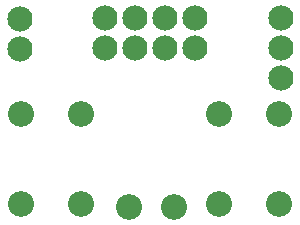
<source format=gbr>
G04 DipTrace 2.4.0.2*
%INBottomMask.gbr*%
%MOIN*%
%ADD16O,0.087X0.085*%
%ADD29C,0.084*%
%ADD33C,0.084*%
%FSLAX44Y44*%
G04*
G70*
G90*
G75*
G01*
%LNBotMask*%
%LPD*%
D33*
X7640Y10240D3*
Y11240D3*
X8640Y10240D3*
Y11240D3*
X9640Y10240D3*
Y11240D3*
X10640Y10240D3*
Y11240D3*
D29*
X4790Y10190D3*
Y11190D3*
X13490Y9240D3*
Y10240D3*
Y11240D3*
D16*
X4835Y5045D3*
Y8035D3*
X6825D3*
X6835Y5045D3*
X11435D3*
X13435Y5035D3*
Y8035D3*
X11435D3*
X8445Y4935D3*
X9935Y4945D3*
M02*

</source>
